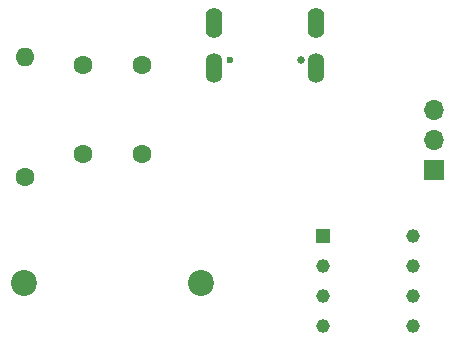
<source format=gbr>
%TF.GenerationSoftware,KiCad,Pcbnew,8.0.8*%
%TF.CreationDate,2025-02-27T22:53:54-05:00*%
%TF.ProjectId,Power_Supply_Board,506f7765-725f-4537-9570-706c795f426f,rev?*%
%TF.SameCoordinates,Original*%
%TF.FileFunction,Soldermask,Bot*%
%TF.FilePolarity,Negative*%
%FSLAX46Y46*%
G04 Gerber Fmt 4.6, Leading zero omitted, Abs format (unit mm)*
G04 Created by KiCad (PCBNEW 8.0.8) date 2025-02-27 22:53:54*
%MOMM*%
%LPD*%
G01*
G04 APERTURE LIST*
%ADD10C,1.600000*%
%ADD11O,1.600000X1.600000*%
%ADD12R,1.160000X1.160000*%
%ADD13C,1.160000*%
%ADD14C,2.200000*%
%ADD15R,1.700000X1.700000*%
%ADD16O,1.700000X1.700000*%
%ADD17C,0.630000*%
%ADD18C,0.600000*%
%ADD19O,1.362000X2.520000*%
%ADD20O,1.404000X2.604000*%
G04 APERTURE END LIST*
D10*
%TO.C,C2*%
X167045000Y-93097200D03*
X172045000Y-93097200D03*
%TD*%
%TO.C,R1*%
X162102800Y-94970600D03*
D11*
X162102800Y-84810600D03*
%TD*%
D12*
%TO.C,IC1*%
X187380000Y-100000000D03*
D13*
X187380000Y-102540000D03*
X187380000Y-105080000D03*
X187380000Y-107620000D03*
X195000000Y-107620000D03*
X195000000Y-105080000D03*
X195000000Y-102540000D03*
X195000000Y-100000000D03*
%TD*%
D14*
%TO.C,C3*%
X162025000Y-104000000D03*
X177025000Y-104000000D03*
%TD*%
D15*
%TO.C,J2*%
X196773800Y-94422200D03*
D16*
X196773800Y-91882200D03*
X196773800Y-89342200D03*
%TD*%
D10*
%TO.C,C1*%
X167045000Y-85547200D03*
X172045000Y-85547200D03*
%TD*%
D17*
%TO.C,J1*%
X185451200Y-85091200D03*
D18*
X179451200Y-85091200D03*
D19*
X186771200Y-85816200D03*
X178131200Y-85816200D03*
D20*
X186771200Y-81991200D03*
X178131200Y-81991200D03*
%TD*%
M02*

</source>
